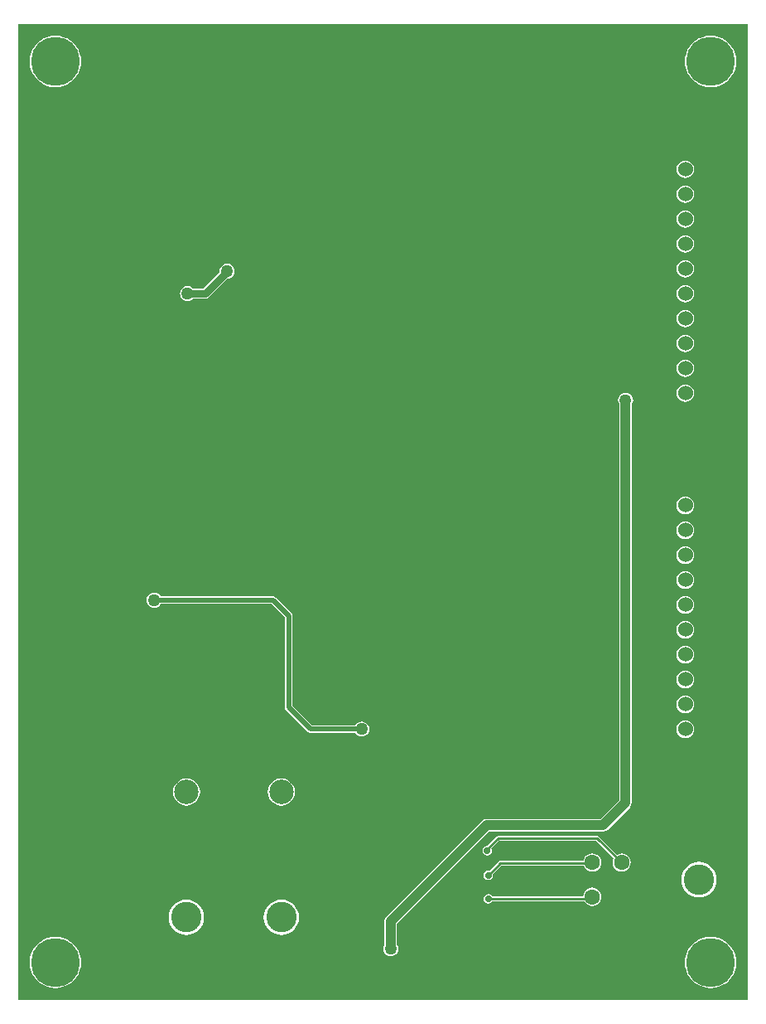
<source format=gbl>
G04*
G04 #@! TF.GenerationSoftware,Altium Limited,Altium Designer,18.1.11 (251)*
G04*
G04 Layer_Physical_Order=2*
G04 Layer_Color=16711680*
%FSLAX25Y25*%
%MOIN*%
G70*
G01*
G75*
%ADD13C,0.01000*%
%ADD27C,0.07874*%
%ADD71C,0.01968*%
%ADD76C,0.19685*%
%ADD77C,0.06000*%
%ADD78C,0.09843*%
%ADD79C,0.12205*%
%ADD80C,0.06299*%
%ADD81C,0.05000*%
%ADD82C,0.02756*%
%ADD83C,0.03000*%
%ADD84C,0.03937*%
G36*
X392898Y803D02*
X99228D01*
Y392898D01*
X392898Y392898D01*
Y803D01*
D02*
G37*
%LPC*%
G36*
X377953Y388327D02*
X376330Y388199D01*
X374747Y387820D01*
X373243Y387196D01*
X371855Y386346D01*
X370617Y385289D01*
X369560Y384051D01*
X368709Y382663D01*
X368086Y381159D01*
X367706Y379576D01*
X367578Y377953D01*
X367706Y376330D01*
X368086Y374747D01*
X368709Y373243D01*
X369560Y371855D01*
X370617Y370617D01*
X371855Y369560D01*
X373243Y368709D01*
X374747Y368086D01*
X376330Y367706D01*
X377953Y367578D01*
X379576Y367706D01*
X381159Y368086D01*
X382663Y368709D01*
X384051Y369560D01*
X385289Y370617D01*
X386346Y371855D01*
X387196Y373243D01*
X387820Y374747D01*
X388199Y376330D01*
X388327Y377953D01*
X388199Y379576D01*
X387820Y381159D01*
X387196Y382663D01*
X386346Y384051D01*
X385289Y385289D01*
X384051Y386346D01*
X382663Y387196D01*
X381159Y387820D01*
X379576Y388199D01*
X377953Y388327D01*
D02*
G37*
G36*
X114173D02*
X112550Y388199D01*
X110967Y387820D01*
X109463Y387196D01*
X108075Y386346D01*
X106837Y385289D01*
X105780Y384051D01*
X104929Y382663D01*
X104306Y381159D01*
X103927Y379576D01*
X103799Y377953D01*
X103927Y376330D01*
X104306Y374747D01*
X104929Y373243D01*
X105780Y371855D01*
X106837Y370617D01*
X108075Y369560D01*
X109463Y368709D01*
X110967Y368086D01*
X112550Y367706D01*
X114173Y367578D01*
X115796Y367706D01*
X117379Y368086D01*
X118883Y368709D01*
X120271Y369560D01*
X121509Y370617D01*
X122566Y371855D01*
X123417Y373243D01*
X124040Y374747D01*
X124420Y376330D01*
X124548Y377953D01*
X124420Y379576D01*
X124040Y381159D01*
X123417Y382663D01*
X122566Y384051D01*
X121509Y385289D01*
X120271Y386346D01*
X118883Y387196D01*
X117379Y387820D01*
X115796Y388199D01*
X114173Y388327D01*
D02*
G37*
G36*
X367764Y338137D02*
X366850Y338016D01*
X365999Y337664D01*
X365267Y337103D01*
X364706Y336371D01*
X364354Y335520D01*
X364234Y334606D01*
X364354Y333693D01*
X364706Y332841D01*
X365267Y332110D01*
X365999Y331549D01*
X366850Y331196D01*
X367764Y331076D01*
X368677Y331196D01*
X369529Y331549D01*
X370260Y332110D01*
X370821Y332841D01*
X371174Y333693D01*
X371294Y334606D01*
X371174Y335520D01*
X370821Y336371D01*
X370260Y337103D01*
X369529Y337664D01*
X368677Y338016D01*
X367764Y338137D01*
D02*
G37*
G36*
Y328136D02*
X366850Y328016D01*
X365999Y327663D01*
X365267Y327102D01*
X364706Y326371D01*
X364354Y325520D01*
X364234Y324606D01*
X364354Y323693D01*
X364706Y322841D01*
X365267Y322110D01*
X365999Y321549D01*
X366850Y321196D01*
X367764Y321076D01*
X368677Y321196D01*
X369529Y321549D01*
X370260Y322110D01*
X370821Y322841D01*
X371174Y323693D01*
X371294Y324606D01*
X371174Y325520D01*
X370821Y326371D01*
X370260Y327102D01*
X369529Y327663D01*
X368677Y328016D01*
X367764Y328136D01*
D02*
G37*
G36*
Y318137D02*
X366850Y318016D01*
X365999Y317664D01*
X365267Y317103D01*
X364706Y316371D01*
X364354Y315520D01*
X364234Y314606D01*
X364354Y313693D01*
X364706Y312841D01*
X365267Y312110D01*
X365999Y311549D01*
X366850Y311196D01*
X367764Y311076D01*
X368677Y311196D01*
X369529Y311549D01*
X370260Y312110D01*
X370821Y312841D01*
X371174Y313693D01*
X371294Y314606D01*
X371174Y315520D01*
X370821Y316371D01*
X370260Y317103D01*
X369529Y317664D01*
X368677Y318016D01*
X367764Y318137D01*
D02*
G37*
G36*
Y308137D02*
X366850Y308016D01*
X365999Y307663D01*
X365267Y307102D01*
X364706Y306371D01*
X364354Y305520D01*
X364234Y304606D01*
X364354Y303693D01*
X364706Y302841D01*
X365267Y302110D01*
X365999Y301549D01*
X366850Y301196D01*
X367764Y301076D01*
X368677Y301196D01*
X369529Y301549D01*
X370260Y302110D01*
X370821Y302841D01*
X371174Y303693D01*
X371294Y304606D01*
X371174Y305520D01*
X370821Y306371D01*
X370260Y307102D01*
X369529Y307663D01*
X368677Y308016D01*
X367764Y308137D01*
D02*
G37*
G36*
Y298136D02*
X366850Y298016D01*
X365999Y297663D01*
X365267Y297102D01*
X364706Y296371D01*
X364354Y295520D01*
X364234Y294606D01*
X364354Y293693D01*
X364706Y292841D01*
X365267Y292110D01*
X365999Y291549D01*
X366850Y291196D01*
X367764Y291076D01*
X368677Y291196D01*
X369529Y291549D01*
X370260Y292110D01*
X370821Y292841D01*
X371174Y293693D01*
X371294Y294606D01*
X371174Y295520D01*
X370821Y296371D01*
X370260Y297102D01*
X369529Y297663D01*
X368677Y298016D01*
X367764Y298136D01*
D02*
G37*
G36*
X183268Y296628D02*
X182485Y296525D01*
X181755Y296223D01*
X181128Y295742D01*
X180647Y295115D01*
X180345Y294386D01*
X180242Y293602D01*
X180293Y293216D01*
X173762Y286685D01*
X169539D01*
X169463Y286785D01*
X168836Y287266D01*
X168106Y287568D01*
X167323Y287672D01*
X166540Y287568D01*
X165810Y287266D01*
X165183Y286785D01*
X164702Y286159D01*
X164400Y285429D01*
X164297Y284646D01*
X164400Y283862D01*
X164702Y283133D01*
X165183Y282506D01*
X165810Y282025D01*
X166540Y281723D01*
X167323Y281620D01*
X168106Y281723D01*
X168836Y282025D01*
X169463Y282506D01*
X169539Y282607D01*
X174606D01*
X175387Y282762D01*
X176048Y283204D01*
X183444Y290600D01*
X184051Y290680D01*
X184781Y290982D01*
X185407Y291463D01*
X185888Y292089D01*
X186190Y292819D01*
X186294Y293602D01*
X186190Y294386D01*
X185888Y295115D01*
X185407Y295742D01*
X184781Y296223D01*
X184051Y296525D01*
X183268Y296628D01*
D02*
G37*
G36*
X367764Y288137D02*
X366850Y288016D01*
X365999Y287664D01*
X365267Y287103D01*
X364706Y286371D01*
X364354Y285520D01*
X364234Y284606D01*
X364354Y283693D01*
X364706Y282841D01*
X365267Y282110D01*
X365999Y281549D01*
X366850Y281196D01*
X367764Y281076D01*
X368677Y281196D01*
X369529Y281549D01*
X370260Y282110D01*
X370821Y282841D01*
X371174Y283693D01*
X371294Y284606D01*
X371174Y285520D01*
X370821Y286371D01*
X370260Y287103D01*
X369529Y287664D01*
X368677Y288016D01*
X367764Y288137D01*
D02*
G37*
G36*
Y278136D02*
X366850Y278016D01*
X365999Y277663D01*
X365267Y277102D01*
X364706Y276371D01*
X364354Y275520D01*
X364234Y274606D01*
X364354Y273693D01*
X364706Y272841D01*
X365267Y272110D01*
X365999Y271549D01*
X366850Y271196D01*
X367764Y271076D01*
X368677Y271196D01*
X369529Y271549D01*
X370260Y272110D01*
X370821Y272841D01*
X371174Y273693D01*
X371294Y274606D01*
X371174Y275520D01*
X370821Y276371D01*
X370260Y277102D01*
X369529Y277663D01*
X368677Y278016D01*
X367764Y278136D01*
D02*
G37*
G36*
Y268137D02*
X366850Y268016D01*
X365999Y267664D01*
X365267Y267103D01*
X364706Y266371D01*
X364354Y265520D01*
X364234Y264606D01*
X364354Y263693D01*
X364706Y262841D01*
X365267Y262110D01*
X365999Y261549D01*
X366850Y261196D01*
X367764Y261076D01*
X368677Y261196D01*
X369529Y261549D01*
X370260Y262110D01*
X370821Y262841D01*
X371174Y263693D01*
X371294Y264606D01*
X371174Y265520D01*
X370821Y266371D01*
X370260Y267103D01*
X369529Y267664D01*
X368677Y268016D01*
X367764Y268137D01*
D02*
G37*
G36*
Y258137D02*
X366850Y258016D01*
X365999Y257663D01*
X365267Y257102D01*
X364706Y256371D01*
X364354Y255520D01*
X364234Y254606D01*
X364354Y253693D01*
X364706Y252841D01*
X365267Y252110D01*
X365999Y251549D01*
X366850Y251196D01*
X367764Y251076D01*
X368677Y251196D01*
X369529Y251549D01*
X370260Y252110D01*
X370821Y252841D01*
X371174Y253693D01*
X371294Y254606D01*
X371174Y255520D01*
X370821Y256371D01*
X370260Y257102D01*
X369529Y257663D01*
X368677Y258016D01*
X367764Y258137D01*
D02*
G37*
G36*
Y248136D02*
X366850Y248016D01*
X365999Y247663D01*
X365267Y247102D01*
X364706Y246371D01*
X364354Y245520D01*
X364234Y244606D01*
X364354Y243693D01*
X364706Y242841D01*
X365267Y242110D01*
X365999Y241549D01*
X366850Y241196D01*
X367764Y241076D01*
X368677Y241196D01*
X369529Y241549D01*
X370260Y242110D01*
X370821Y242841D01*
X371174Y243693D01*
X371294Y244606D01*
X371174Y245520D01*
X370821Y246371D01*
X370260Y247102D01*
X369529Y247663D01*
X368677Y248016D01*
X367764Y248136D01*
D02*
G37*
G36*
Y203058D02*
X366850Y202938D01*
X365999Y202585D01*
X365267Y202024D01*
X364706Y201293D01*
X364354Y200441D01*
X364234Y199528D01*
X364354Y198614D01*
X364706Y197763D01*
X365267Y197031D01*
X365999Y196470D01*
X366850Y196118D01*
X367764Y195997D01*
X368677Y196118D01*
X369529Y196470D01*
X370260Y197031D01*
X370821Y197763D01*
X371174Y198614D01*
X371294Y199528D01*
X371174Y200441D01*
X370821Y201293D01*
X370260Y202024D01*
X369529Y202585D01*
X368677Y202938D01*
X367764Y203058D01*
D02*
G37*
G36*
Y193058D02*
X366850Y192938D01*
X365999Y192585D01*
X365267Y192024D01*
X364706Y191293D01*
X364354Y190441D01*
X364234Y189528D01*
X364354Y188614D01*
X364706Y187762D01*
X365267Y187031D01*
X365999Y186470D01*
X366850Y186118D01*
X367764Y185997D01*
X368677Y186118D01*
X369529Y186470D01*
X370260Y187031D01*
X370821Y187762D01*
X371174Y188614D01*
X371294Y189528D01*
X371174Y190441D01*
X370821Y191293D01*
X370260Y192024D01*
X369529Y192585D01*
X368677Y192938D01*
X367764Y193058D01*
D02*
G37*
G36*
Y183058D02*
X366850Y182938D01*
X365999Y182585D01*
X365267Y182024D01*
X364706Y181293D01*
X364354Y180441D01*
X364234Y179528D01*
X364354Y178614D01*
X364706Y177762D01*
X365267Y177031D01*
X365999Y176470D01*
X366850Y176118D01*
X367764Y175997D01*
X368677Y176118D01*
X369529Y176470D01*
X370260Y177031D01*
X370821Y177762D01*
X371174Y178614D01*
X371294Y179528D01*
X371174Y180441D01*
X370821Y181293D01*
X370260Y182024D01*
X369529Y182585D01*
X368677Y182938D01*
X367764Y183058D01*
D02*
G37*
G36*
Y173058D02*
X366850Y172938D01*
X365999Y172585D01*
X365267Y172024D01*
X364706Y171293D01*
X364354Y170441D01*
X364234Y169528D01*
X364354Y168614D01*
X364706Y167762D01*
X365267Y167031D01*
X365999Y166470D01*
X366850Y166118D01*
X367764Y165997D01*
X368677Y166118D01*
X369529Y166470D01*
X370260Y167031D01*
X370821Y167762D01*
X371174Y168614D01*
X371294Y169528D01*
X371174Y170441D01*
X370821Y171293D01*
X370260Y172024D01*
X369529Y172585D01*
X368677Y172938D01*
X367764Y173058D01*
D02*
G37*
G36*
Y163058D02*
X366850Y162937D01*
X365999Y162585D01*
X365267Y162024D01*
X364706Y161293D01*
X364354Y160441D01*
X364234Y159528D01*
X364354Y158614D01*
X364706Y157763D01*
X365267Y157031D01*
X365999Y156470D01*
X366850Y156118D01*
X367764Y155997D01*
X368677Y156118D01*
X369529Y156470D01*
X370260Y157031D01*
X370821Y157763D01*
X371174Y158614D01*
X371294Y159528D01*
X371174Y160441D01*
X370821Y161293D01*
X370260Y162024D01*
X369529Y162585D01*
X368677Y162937D01*
X367764Y163058D01*
D02*
G37*
G36*
Y153058D02*
X366850Y152937D01*
X365999Y152585D01*
X365267Y152024D01*
X364706Y151293D01*
X364354Y150441D01*
X364234Y149528D01*
X364354Y148614D01*
X364706Y147763D01*
X365267Y147031D01*
X365999Y146470D01*
X366850Y146118D01*
X367764Y145997D01*
X368677Y146118D01*
X369529Y146470D01*
X370260Y147031D01*
X370821Y147763D01*
X371174Y148614D01*
X371294Y149528D01*
X371174Y150441D01*
X370821Y151293D01*
X370260Y152024D01*
X369529Y152585D01*
X368677Y152937D01*
X367764Y153058D01*
D02*
G37*
G36*
Y143058D02*
X366850Y142938D01*
X365999Y142585D01*
X365267Y142024D01*
X364706Y141293D01*
X364354Y140441D01*
X364234Y139528D01*
X364354Y138614D01*
X364706Y137762D01*
X365267Y137031D01*
X365999Y136470D01*
X366850Y136118D01*
X367764Y135997D01*
X368677Y136118D01*
X369529Y136470D01*
X370260Y137031D01*
X370821Y137762D01*
X371174Y138614D01*
X371294Y139528D01*
X371174Y140441D01*
X370821Y141293D01*
X370260Y142024D01*
X369529Y142585D01*
X368677Y142938D01*
X367764Y143058D01*
D02*
G37*
G36*
Y133058D02*
X366850Y132938D01*
X365999Y132585D01*
X365267Y132024D01*
X364706Y131293D01*
X364354Y130441D01*
X364234Y129528D01*
X364354Y128614D01*
X364706Y127762D01*
X365267Y127031D01*
X365999Y126470D01*
X366850Y126118D01*
X367764Y125997D01*
X368677Y126118D01*
X369529Y126470D01*
X370260Y127031D01*
X370821Y127762D01*
X371174Y128614D01*
X371294Y129528D01*
X371174Y130441D01*
X370821Y131293D01*
X370260Y132024D01*
X369529Y132585D01*
X368677Y132938D01*
X367764Y133058D01*
D02*
G37*
G36*
Y123058D02*
X366850Y122938D01*
X365999Y122585D01*
X365267Y122024D01*
X364706Y121293D01*
X364354Y120441D01*
X364234Y119528D01*
X364354Y118614D01*
X364706Y117762D01*
X365267Y117031D01*
X365999Y116470D01*
X366850Y116118D01*
X367764Y115997D01*
X368677Y116118D01*
X369529Y116470D01*
X370260Y117031D01*
X370821Y117762D01*
X371174Y118614D01*
X371294Y119528D01*
X371174Y120441D01*
X370821Y121293D01*
X370260Y122024D01*
X369529Y122585D01*
X368677Y122938D01*
X367764Y123058D01*
D02*
G37*
G36*
X153937Y164443D02*
X153154Y164340D01*
X152424Y164038D01*
X151797Y163557D01*
X151316Y162930D01*
X151014Y162200D01*
X150911Y161417D01*
X151014Y160634D01*
X151316Y159904D01*
X151797Y159278D01*
X152424Y158797D01*
X153154Y158494D01*
X153937Y158391D01*
X154720Y158494D01*
X155450Y158797D01*
X156077Y159278D01*
X156557Y159904D01*
X201186D01*
X206557Y154533D01*
Y118307D01*
X206557Y118307D01*
X206654Y117824D01*
X206673Y117728D01*
X207001Y117237D01*
X215780Y108458D01*
X215780Y108458D01*
X216108Y108238D01*
X216271Y108129D01*
X216850Y108014D01*
X216850Y108014D01*
X234880D01*
X235360Y107388D01*
X235987Y106907D01*
X236717Y106605D01*
X237500Y106502D01*
X238283Y106605D01*
X239013Y106907D01*
X239640Y107388D01*
X240121Y108015D01*
X240423Y108744D01*
X240526Y109528D01*
X240423Y110311D01*
X240121Y111040D01*
X239640Y111667D01*
X239013Y112148D01*
X238283Y112450D01*
X237500Y112553D01*
X236717Y112450D01*
X235987Y112148D01*
X235360Y111667D01*
X234880Y111041D01*
X217477D01*
X209584Y118934D01*
Y155160D01*
X209469Y155739D01*
X209141Y156230D01*
X209141Y156230D01*
X202883Y162487D01*
X202392Y162815D01*
X202296Y162835D01*
X201813Y162931D01*
X201813Y162931D01*
X156557D01*
X156077Y163557D01*
X155450Y164038D01*
X154720Y164340D01*
X153937Y164443D01*
D02*
G37*
G36*
X367764Y113058D02*
X366850Y112937D01*
X365999Y112585D01*
X365267Y112024D01*
X364706Y111293D01*
X364354Y110441D01*
X364234Y109528D01*
X364354Y108614D01*
X364706Y107763D01*
X365267Y107031D01*
X365999Y106470D01*
X366850Y106118D01*
X367764Y105997D01*
X368677Y106118D01*
X369529Y106470D01*
X370260Y107031D01*
X370821Y107763D01*
X371174Y108614D01*
X371294Y109528D01*
X371174Y110441D01*
X370821Y111293D01*
X370260Y112024D01*
X369529Y112585D01*
X368677Y112937D01*
X367764Y113058D01*
D02*
G37*
G36*
X205118Y89728D02*
X203703Y89542D01*
X202384Y88995D01*
X201252Y88126D01*
X200383Y86994D01*
X199836Y85675D01*
X199650Y84260D01*
X199836Y82845D01*
X200383Y81526D01*
X201252Y80393D01*
X202384Y79524D01*
X203703Y78978D01*
X205118Y78792D01*
X206533Y78978D01*
X207852Y79524D01*
X208985Y80393D01*
X209854Y81526D01*
X210400Y82845D01*
X210586Y84260D01*
X210400Y85675D01*
X209854Y86994D01*
X208985Y88126D01*
X207852Y88995D01*
X206533Y89542D01*
X205118Y89728D01*
D02*
G37*
G36*
X166929D02*
X165514Y89542D01*
X164195Y88995D01*
X163063Y88126D01*
X162194Y86994D01*
X161647Y85675D01*
X161461Y84260D01*
X161647Y82845D01*
X162194Y81526D01*
X163063Y80393D01*
X164195Y79524D01*
X165514Y78978D01*
X166929Y78792D01*
X168344Y78978D01*
X169663Y79524D01*
X170796Y80393D01*
X171665Y81526D01*
X172211Y82845D01*
X172397Y84260D01*
X172211Y85675D01*
X171665Y86994D01*
X170796Y88126D01*
X169663Y88995D01*
X168344Y89542D01*
X166929Y89728D01*
D02*
G37*
G36*
X332290Y66768D02*
X292520D01*
X292129Y66690D01*
X291799Y66469D01*
X287833Y62503D01*
X287308Y62399D01*
X286686Y61984D01*
X286271Y61363D01*
X286126Y60630D01*
X286271Y59897D01*
X286686Y59276D01*
X287308Y58861D01*
X288040Y58715D01*
X288773Y58861D01*
X289394Y59276D01*
X289809Y59897D01*
X289955Y60630D01*
X289809Y61363D01*
X289716Y61502D01*
X292942Y64728D01*
X331868D01*
X338885Y57711D01*
X338545Y56890D01*
X338420Y55937D01*
X338545Y54984D01*
X338913Y54097D01*
X339498Y53334D01*
X340261Y52749D01*
X341148Y52381D01*
X342101Y52256D01*
X343054Y52381D01*
X343942Y52749D01*
X344704Y53334D01*
X345289Y54097D01*
X345657Y54984D01*
X345782Y55937D01*
X345657Y56890D01*
X345289Y57778D01*
X344704Y58540D01*
X343942Y59125D01*
X343054Y59493D01*
X342101Y59618D01*
X341148Y59493D01*
X340327Y59153D01*
X333011Y66469D01*
X332680Y66690D01*
X332290Y66768D01*
D02*
G37*
G36*
X330290Y59618D02*
X329337Y59493D01*
X328450Y59125D01*
X327687Y58540D01*
X327102Y57778D01*
X326734Y56890D01*
X326713Y56728D01*
X293339D01*
X292949Y56651D01*
X292619Y56430D01*
X288813Y52624D01*
X288418Y52702D01*
X287685Y52556D01*
X287064Y52141D01*
X286649Y51520D01*
X286504Y50787D01*
X286649Y50055D01*
X287064Y49433D01*
X287685Y49018D01*
X288418Y48873D01*
X289151Y49018D01*
X289772Y49433D01*
X290187Y50055D01*
X290333Y50787D01*
X290254Y51182D01*
X293762Y54689D01*
X326857D01*
X327102Y54097D01*
X327687Y53334D01*
X328450Y52749D01*
X329337Y52381D01*
X330290Y52256D01*
X331243Y52381D01*
X332131Y52749D01*
X332893Y53334D01*
X333478Y54097D01*
X333846Y54984D01*
X333971Y55937D01*
X333846Y56890D01*
X333478Y57778D01*
X332893Y58540D01*
X332131Y59125D01*
X331243Y59493D01*
X330290Y59618D01*
D02*
G37*
G36*
Y45839D02*
X329337Y45713D01*
X328450Y45345D01*
X327687Y44760D01*
X327102Y43998D01*
X326734Y43110D01*
X326635Y42358D01*
X289996D01*
X289772Y42693D01*
X289151Y43108D01*
X288418Y43253D01*
X287685Y43108D01*
X287064Y42693D01*
X286649Y42071D01*
X286504Y41339D01*
X286649Y40606D01*
X287064Y39985D01*
X287685Y39570D01*
X288418Y39424D01*
X289151Y39570D01*
X289772Y39985D01*
X289996Y40319D01*
X327101D01*
X327102Y40317D01*
X327687Y39555D01*
X328450Y38970D01*
X329337Y38602D01*
X330290Y38476D01*
X331243Y38602D01*
X332131Y38970D01*
X332893Y39555D01*
X333478Y40317D01*
X333846Y41205D01*
X333971Y42158D01*
X333846Y43110D01*
X333478Y43998D01*
X332893Y44760D01*
X332131Y45345D01*
X331243Y45713D01*
X330290Y45839D01*
D02*
G37*
G36*
X373243Y56168D02*
X371854Y56031D01*
X370518Y55626D01*
X369287Y54968D01*
X368208Y54083D01*
X367322Y53003D01*
X366664Y51772D01*
X366259Y50437D01*
X366122Y49047D01*
X366259Y47658D01*
X366664Y46322D01*
X367322Y45091D01*
X368208Y44012D01*
X369287Y43126D01*
X370518Y42468D01*
X371854Y42063D01*
X373243Y41926D01*
X374632Y42063D01*
X375968Y42468D01*
X377199Y43126D01*
X378278Y44012D01*
X379164Y45091D01*
X379822Y46322D01*
X380227Y47658D01*
X380364Y49047D01*
X380227Y50437D01*
X379822Y51772D01*
X379164Y53003D01*
X378278Y54083D01*
X377199Y54968D01*
X375968Y55626D01*
X374632Y56031D01*
X373243Y56168D01*
D02*
G37*
G36*
X205118Y40987D02*
X203729Y40850D01*
X202393Y40445D01*
X201162Y39787D01*
X200083Y38901D01*
X199197Y37822D01*
X198539Y36591D01*
X198134Y35255D01*
X197997Y33866D01*
X198134Y32477D01*
X198539Y31141D01*
X199197Y29910D01*
X200083Y28831D01*
X201162Y27945D01*
X202393Y27287D01*
X203729Y26882D01*
X205118Y26745D01*
X206507Y26882D01*
X207843Y27287D01*
X209074Y27945D01*
X210153Y28831D01*
X211039Y29910D01*
X211697Y31141D01*
X212102Y32477D01*
X212239Y33866D01*
X212102Y35255D01*
X211697Y36591D01*
X211039Y37822D01*
X210153Y38901D01*
X209074Y39787D01*
X207843Y40445D01*
X206507Y40850D01*
X205118Y40987D01*
D02*
G37*
G36*
X166929D02*
X165540Y40850D01*
X164204Y40445D01*
X162973Y39787D01*
X161894Y38901D01*
X161008Y37822D01*
X160350Y36591D01*
X159945Y35255D01*
X159808Y33866D01*
X159945Y32477D01*
X160350Y31141D01*
X161008Y29910D01*
X161894Y28831D01*
X162973Y27945D01*
X164204Y27287D01*
X165540Y26882D01*
X166929Y26745D01*
X168318Y26882D01*
X169654Y27287D01*
X170885Y27945D01*
X171964Y28831D01*
X172850Y29910D01*
X173508Y31141D01*
X173913Y32477D01*
X174050Y33866D01*
X173913Y35255D01*
X173508Y36591D01*
X172850Y37822D01*
X171964Y38901D01*
X170885Y39787D01*
X169654Y40445D01*
X168318Y40850D01*
X166929Y40987D01*
D02*
G37*
G36*
X343701Y244758D02*
X342918Y244655D01*
X342188Y244353D01*
X341561Y243872D01*
X341080Y243245D01*
X340778Y242515D01*
X340675Y241732D01*
X340778Y240949D01*
X341080Y240219D01*
X341184Y240084D01*
Y224410D01*
X341184Y80964D01*
X333603Y73383D01*
X287795D01*
X286832Y73191D01*
X286016Y72646D01*
X247372Y34003D01*
X246827Y33186D01*
X246635Y32223D01*
Y22908D01*
X246532Y22773D01*
X246229Y22043D01*
X246126Y21260D01*
X246229Y20477D01*
X246532Y19747D01*
X247012Y19120D01*
X247639Y18639D01*
X248369Y18337D01*
X249152Y18234D01*
X249935Y18337D01*
X250665Y18639D01*
X251292Y19120D01*
X251772Y19747D01*
X252075Y20477D01*
X252178Y21260D01*
X252075Y22043D01*
X251772Y22773D01*
X251669Y22908D01*
Y31180D01*
X288838Y68349D01*
X334646D01*
X335609Y68541D01*
X336425Y69086D01*
X345480Y78142D01*
X346026Y78958D01*
X346218Y79921D01*
X346218Y224410D01*
Y240084D01*
X346321Y240219D01*
X346624Y240949D01*
X346727Y241732D01*
X346624Y242515D01*
X346321Y243245D01*
X345840Y243872D01*
X345214Y244353D01*
X344484Y244655D01*
X343701Y244758D01*
D02*
G37*
G36*
X377953Y26122D02*
X376330Y25995D01*
X374747Y25615D01*
X373243Y24992D01*
X371855Y24141D01*
X370617Y23084D01*
X369560Y21846D01*
X368709Y20458D01*
X368086Y18954D01*
X367706Y17371D01*
X367578Y15748D01*
X367706Y14125D01*
X368086Y12542D01*
X368709Y11038D01*
X369560Y9650D01*
X370617Y8412D01*
X371855Y7355D01*
X373243Y6504D01*
X374747Y5881D01*
X376330Y5501D01*
X377953Y5373D01*
X379576Y5501D01*
X381159Y5881D01*
X382663Y6504D01*
X384051Y7355D01*
X385289Y8412D01*
X386346Y9650D01*
X387196Y11038D01*
X387820Y12542D01*
X388199Y14125D01*
X388327Y15748D01*
X388199Y17371D01*
X387820Y18954D01*
X387196Y20458D01*
X386346Y21846D01*
X385289Y23084D01*
X384051Y24141D01*
X382663Y24992D01*
X381159Y25615D01*
X379576Y25995D01*
X377953Y26122D01*
D02*
G37*
G36*
X114173D02*
X112550Y25995D01*
X110967Y25615D01*
X109463Y24992D01*
X108075Y24141D01*
X106837Y23084D01*
X105780Y21846D01*
X104929Y20458D01*
X104306Y18954D01*
X103927Y17371D01*
X103799Y15748D01*
X103927Y14125D01*
X104306Y12542D01*
X104929Y11038D01*
X105780Y9650D01*
X106837Y8412D01*
X108075Y7355D01*
X109463Y6504D01*
X110967Y5881D01*
X112550Y5501D01*
X114173Y5373D01*
X115796Y5501D01*
X117379Y5881D01*
X118883Y6504D01*
X120271Y7355D01*
X121509Y8412D01*
X122566Y9650D01*
X123417Y11038D01*
X124040Y12542D01*
X124420Y14125D01*
X124548Y15748D01*
X124420Y17371D01*
X124040Y18954D01*
X123417Y20458D01*
X122566Y21846D01*
X121509Y23084D01*
X120271Y24141D01*
X118883Y24992D01*
X117379Y25615D01*
X115796Y25995D01*
X114173Y26122D01*
D02*
G37*
%LPD*%
D13*
X329471Y41339D02*
X330290Y42158D01*
X332290Y65748D02*
X342101Y55937D01*
X292520Y65748D02*
X332290D01*
X330062Y55709D02*
X330290Y55937D01*
X293339Y55709D02*
X330062D01*
X288418Y50787D02*
X293339Y55709D01*
X288418Y41339D02*
X329471D01*
X288040Y61269D02*
X292520Y65748D01*
X288040Y60630D02*
Y61269D01*
D27*
X326772Y85039D02*
D03*
D71*
X208071Y118307D02*
Y155160D01*
X201813Y161417D02*
X208071Y155160D01*
X153937Y161417D02*
X201813D01*
X216850Y109528D02*
X237500D01*
X208071Y118307D02*
X216850Y109528D01*
D76*
X377953Y15748D02*
D03*
X114173D02*
D03*
Y377953D02*
D03*
X377953D02*
D03*
D77*
X367764Y244606D02*
D03*
Y284606D02*
D03*
Y254606D02*
D03*
Y264606D02*
D03*
Y274606D02*
D03*
Y294606D02*
D03*
Y304606D02*
D03*
Y314606D02*
D03*
Y324606D02*
D03*
Y334606D02*
D03*
X377764D02*
D03*
Y324606D02*
D03*
Y314606D02*
D03*
Y304606D02*
D03*
Y284606D02*
D03*
Y294606D02*
D03*
Y274606D02*
D03*
Y254606D02*
D03*
Y264606D02*
D03*
Y244606D02*
D03*
X367764Y109528D02*
D03*
Y149528D02*
D03*
Y119528D02*
D03*
Y129528D02*
D03*
Y139528D02*
D03*
Y159528D02*
D03*
Y169528D02*
D03*
Y179528D02*
D03*
Y189528D02*
D03*
Y199528D02*
D03*
X377764D02*
D03*
Y189528D02*
D03*
Y179528D02*
D03*
Y169528D02*
D03*
Y149528D02*
D03*
Y159528D02*
D03*
Y139528D02*
D03*
Y119528D02*
D03*
Y129528D02*
D03*
Y109528D02*
D03*
D78*
X205118Y84260D02*
D03*
Y62606D02*
D03*
X166929Y84260D02*
D03*
Y62606D02*
D03*
D79*
X205118Y33866D02*
D03*
X166929D02*
D03*
X373243Y49047D02*
D03*
D80*
X330290Y42158D02*
D03*
Y55937D02*
D03*
X342101D02*
D03*
Y42158D02*
D03*
D81*
X347244Y370177D02*
D03*
X168996Y318406D02*
D03*
X183268Y293602D02*
D03*
X167323Y284646D02*
D03*
X158661Y286614D02*
D03*
X151575D02*
D03*
X249152Y21260D02*
D03*
X176772Y166929D02*
D03*
X153937Y161417D02*
D03*
X203154Y173622D02*
D03*
X352067Y71752D02*
D03*
X237500Y109528D02*
D03*
X138976Y247638D02*
D03*
Y255118D02*
D03*
X145669Y241339D02*
D03*
Y260630D02*
D03*
X199803Y332677D02*
D03*
X182087Y322835D02*
D03*
X199803Y342520D02*
D03*
X226378D02*
D03*
X212598D02*
D03*
X199803Y322835D02*
D03*
X179921Y196457D02*
D03*
X153937Y184646D02*
D03*
X182283Y166929D02*
D03*
X283005Y20472D02*
D03*
X245276Y42126D02*
D03*
X343701Y241732D02*
D03*
X278346Y36220D02*
D03*
D82*
X288418Y41339D02*
D03*
Y50787D02*
D03*
X288040Y60630D02*
D03*
D83*
X183268Y293504D02*
X183366Y293406D01*
X174606Y284646D02*
X183366Y293406D01*
X167323Y284646D02*
X174606D01*
X183268Y293504D02*
Y293602D01*
D84*
X249152Y32223D02*
X287795Y70866D01*
X249152Y21260D02*
Y32223D01*
X343701Y224410D02*
X343701Y79921D01*
X334646Y70866D02*
X343701Y79921D01*
X343701Y224410D02*
Y241732D01*
X287795Y70866D02*
X334646D01*
M02*

</source>
